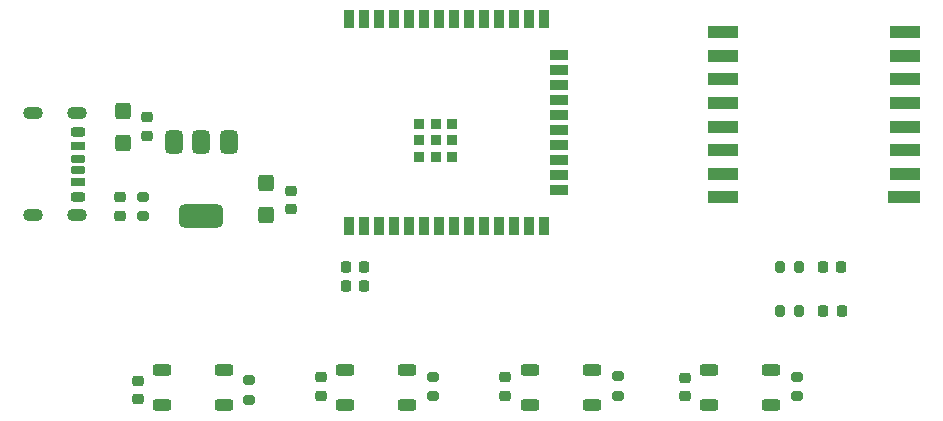
<source format=gbr>
%TF.GenerationSoftware,KiCad,Pcbnew,8.0.5*%
%TF.CreationDate,2024-11-10T21:17:35+07:00*%
%TF.ProjectId,PCB_MASTER,5043425f-4d41-4535-9445-522e6b696361,rev?*%
%TF.SameCoordinates,Original*%
%TF.FileFunction,Paste,Top*%
%TF.FilePolarity,Positive*%
%FSLAX46Y46*%
G04 Gerber Fmt 4.6, Leading zero omitted, Abs format (unit mm)*
G04 Created by KiCad (PCBNEW 8.0.5) date 2024-11-10 21:17:35*
%MOMM*%
%LPD*%
G01*
G04 APERTURE LIST*
G04 Aperture macros list*
%AMRoundRect*
0 Rectangle with rounded corners*
0 $1 Rounding radius*
0 $2 $3 $4 $5 $6 $7 $8 $9 X,Y pos of 4 corners*
0 Add a 4 corners polygon primitive as box body*
4,1,4,$2,$3,$4,$5,$6,$7,$8,$9,$2,$3,0*
0 Add four circle primitives for the rounded corners*
1,1,$1+$1,$2,$3*
1,1,$1+$1,$4,$5*
1,1,$1+$1,$6,$7*
1,1,$1+$1,$8,$9*
0 Add four rect primitives between the rounded corners*
20,1,$1+$1,$2,$3,$4,$5,0*
20,1,$1+$1,$4,$5,$6,$7,0*
20,1,$1+$1,$6,$7,$8,$9,0*
20,1,$1+$1,$8,$9,$2,$3,0*%
G04 Aperture macros list end*
%ADD10RoundRect,0.200000X-0.200000X-0.275000X0.200000X-0.275000X0.200000X0.275000X-0.200000X0.275000X0*%
%ADD11RoundRect,0.225000X-0.250000X0.225000X-0.250000X-0.225000X0.250000X-0.225000X0.250000X0.225000X0*%
%ADD12RoundRect,0.218750X0.218750X0.256250X-0.218750X0.256250X-0.218750X-0.256250X0.218750X-0.256250X0*%
%ADD13RoundRect,0.250000X0.525000X0.250000X-0.525000X0.250000X-0.525000X-0.250000X0.525000X-0.250000X0*%
%ADD14RoundRect,0.200000X0.275000X-0.200000X0.275000X0.200000X-0.275000X0.200000X-0.275000X-0.200000X0*%
%ADD15R,0.900000X1.500000*%
%ADD16R,1.500000X0.900000*%
%ADD17R,0.900000X0.900000*%
%ADD18R,2.800000X1.100000*%
%ADD19R,2.600000X1.100000*%
%ADD20RoundRect,0.218750X0.256250X-0.218750X0.256250X0.218750X-0.256250X0.218750X-0.256250X-0.218750X0*%
%ADD21RoundRect,0.175000X-0.425000X0.175000X-0.425000X-0.175000X0.425000X-0.175000X0.425000X0.175000X0*%
%ADD22RoundRect,0.190000X0.410000X-0.190000X0.410000X0.190000X-0.410000X0.190000X-0.410000X-0.190000X0*%
%ADD23RoundRect,0.200000X0.400000X-0.200000X0.400000X0.200000X-0.400000X0.200000X-0.400000X-0.200000X0*%
%ADD24RoundRect,0.175000X0.425000X-0.175000X0.425000X0.175000X-0.425000X0.175000X-0.425000X-0.175000X0*%
%ADD25RoundRect,0.190000X-0.410000X0.190000X-0.410000X-0.190000X0.410000X-0.190000X0.410000X0.190000X0*%
%ADD26RoundRect,0.200000X-0.400000X0.200000X-0.400000X-0.200000X0.400000X-0.200000X0.400000X0.200000X0*%
%ADD27O,1.700000X1.100000*%
%ADD28RoundRect,0.250000X0.425000X-0.450000X0.425000X0.450000X-0.425000X0.450000X-0.425000X-0.450000X0*%
%ADD29RoundRect,0.225000X-0.225000X-0.250000X0.225000X-0.250000X0.225000X0.250000X-0.225000X0.250000X0*%
%ADD30RoundRect,0.225000X0.250000X-0.225000X0.250000X0.225000X-0.250000X0.225000X-0.250000X-0.225000X0*%
%ADD31RoundRect,0.375000X-0.375000X0.625000X-0.375000X-0.625000X0.375000X-0.625000X0.375000X0.625000X0*%
%ADD32RoundRect,0.500000X-1.400000X0.500000X-1.400000X-0.500000X1.400000X-0.500000X1.400000X0.500000X0*%
G04 APERTURE END LIST*
D10*
%TO.C,R2*%
X159850000Y-96150000D03*
X161500000Y-96150000D03*
%TD*%
D11*
%TO.C,C10*%
X136600000Y-105525000D03*
X136600000Y-107075000D03*
%TD*%
D12*
%TO.C,D1*%
X165087501Y-96150000D03*
X163512499Y-96150000D03*
%TD*%
D13*
%TO.C,SW1*%
X112772243Y-107875000D03*
X107522243Y-107875000D03*
X112772243Y-104875000D03*
X107522243Y-104875000D03*
%TD*%
D14*
%TO.C,R4*%
X130500000Y-107125000D03*
X130500000Y-105475000D03*
%TD*%
%TO.C,R7*%
X161300000Y-107125000D03*
X161300000Y-105475000D03*
%TD*%
D12*
%TO.C,D3*%
X165112501Y-99910000D03*
X163537499Y-99910000D03*
%TD*%
D15*
%TO.C,U1*%
X123410000Y-92700000D03*
X124680000Y-92700000D03*
X125950000Y-92700000D03*
X127220000Y-92700000D03*
X128490000Y-92700000D03*
X129760000Y-92700000D03*
X131030000Y-92700000D03*
X132300000Y-92700000D03*
X133570000Y-92700000D03*
X134840000Y-92700000D03*
X136110000Y-92700000D03*
X137380000Y-92700000D03*
X138650000Y-92700000D03*
X139920000Y-92700000D03*
D16*
X141170000Y-89665000D03*
X141170000Y-88395000D03*
X141170000Y-87125000D03*
X141170000Y-85855000D03*
X141170000Y-84585000D03*
X141170000Y-83315000D03*
X141170000Y-82045000D03*
X141170000Y-80775000D03*
X141170000Y-79505000D03*
X141170000Y-78235000D03*
D15*
X139920000Y-75200000D03*
X138650000Y-75200000D03*
X137380000Y-75200000D03*
X136110000Y-75200000D03*
X134840000Y-75200000D03*
X133570000Y-75200000D03*
X132300000Y-75200000D03*
X131030000Y-75200000D03*
X129760000Y-75200000D03*
X128490000Y-75200000D03*
X127220000Y-75200000D03*
X125950000Y-75200000D03*
X124680000Y-75200000D03*
X123410000Y-75200000D03*
D17*
X130750000Y-85450000D03*
X130750000Y-86850000D03*
X132150000Y-86850000D03*
X132150000Y-85450000D03*
X132150000Y-84050000D03*
X130750000Y-84050000D03*
X129350000Y-84050000D03*
X129350000Y-85450000D03*
X129350000Y-86850000D03*
%TD*%
D18*
%TO.C,U3*%
X170400000Y-90300000D03*
D19*
X170500000Y-88300000D03*
X170500000Y-86300000D03*
X170500000Y-84300000D03*
X170500000Y-82300000D03*
X170500000Y-80300000D03*
X170500000Y-78300000D03*
X170500000Y-76300000D03*
X155100000Y-76300000D03*
X155100000Y-78300000D03*
X155100000Y-80300000D03*
X155100000Y-82300000D03*
X155100000Y-84300000D03*
X155100000Y-86300000D03*
X155100000Y-88300000D03*
X155100000Y-90300000D03*
%TD*%
D20*
%TO.C,D2*%
X104005359Y-91859562D03*
X104005359Y-90284560D03*
%TD*%
D21*
%TO.C,J3*%
X100479999Y-87000000D03*
D22*
X100480000Y-89020000D03*
D23*
X100480000Y-90250000D03*
D24*
X100479999Y-88000000D03*
D25*
X100480000Y-85980000D03*
D26*
X100480000Y-84750000D03*
D27*
X100400000Y-83180000D03*
X96600000Y-83180000D03*
X100400000Y-91820000D03*
X96600000Y-91820000D03*
%TD*%
D28*
%TO.C,C7*%
X116350000Y-91800000D03*
X116350000Y-89100000D03*
%TD*%
D13*
%TO.C,SW4*%
X143938984Y-107875000D03*
X138688984Y-107875000D03*
X143938984Y-104875000D03*
X138688984Y-104875000D03*
%TD*%
D11*
%TO.C,C9*%
X151804122Y-105567989D03*
X151804122Y-107117989D03*
%TD*%
D14*
%TO.C,R5*%
X105955359Y-91897061D03*
X105955359Y-90247061D03*
%TD*%
D29*
%TO.C,C3*%
X123125000Y-97800000D03*
X124675000Y-97800000D03*
%TD*%
D28*
%TO.C,C6*%
X104300000Y-85650000D03*
X104300000Y-82950000D03*
%TD*%
D13*
%TO.C,SW3*%
X159118690Y-107875000D03*
X153868690Y-107875000D03*
X159118690Y-104875000D03*
X153868690Y-104875000D03*
%TD*%
%TO.C,SW2*%
X128266668Y-107875000D03*
X123016668Y-107875000D03*
X128266668Y-104875000D03*
X123016668Y-104875000D03*
%TD*%
D30*
%TO.C,C8*%
X118500000Y-91275000D03*
X118500000Y-89725000D03*
%TD*%
D11*
%TO.C,C1*%
X105500000Y-105825000D03*
X105500000Y-107375000D03*
%TD*%
D10*
%TO.C,R6*%
X159875000Y-99950000D03*
X161525000Y-99950000D03*
%TD*%
D31*
%TO.C,U2*%
X113200000Y-85600000D03*
X110900000Y-85600001D03*
D32*
X110900000Y-91899999D03*
D31*
X108600000Y-85600000D03*
%TD*%
D11*
%TO.C,C4*%
X121000000Y-105525000D03*
X121000000Y-107075000D03*
%TD*%
D29*
%TO.C,C2*%
X123125000Y-96150000D03*
X124675000Y-96150000D03*
%TD*%
D14*
%TO.C,R1*%
X114900000Y-107425000D03*
X114900000Y-105775000D03*
%TD*%
D30*
%TO.C,C5*%
X106300000Y-85075000D03*
X106300000Y-83525000D03*
%TD*%
D14*
%TO.C,R8*%
X146150000Y-107075000D03*
X146150000Y-105425000D03*
%TD*%
M02*

</source>
